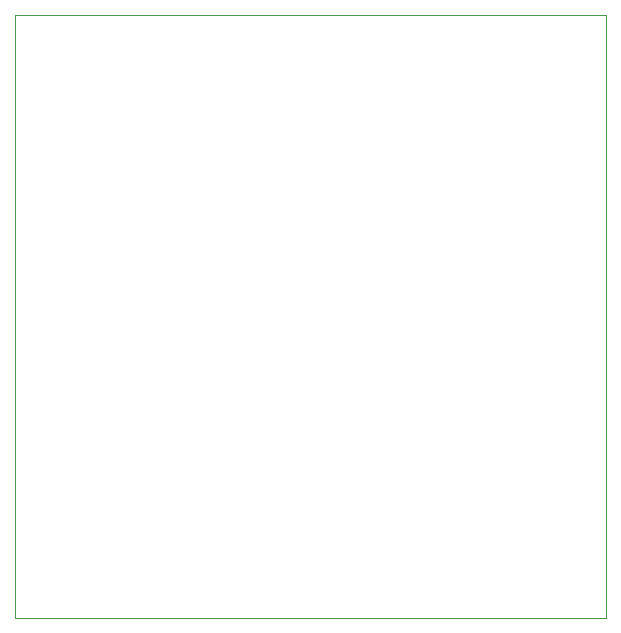
<source format=gm1>
%TF.GenerationSoftware,KiCad,Pcbnew,9.0.4*%
%TF.CreationDate,2025-09-17T14:50:29+08:00*%
%TF.ProjectId,YUV Circuit,59555620-4369-4726-9375-69742e6b6963,rev?*%
%TF.SameCoordinates,Original*%
%TF.FileFunction,Profile,NP*%
%FSLAX46Y46*%
G04 Gerber Fmt 4.6, Leading zero omitted, Abs format (unit mm)*
G04 Created by KiCad (PCBNEW 9.0.4) date 2025-09-17 14:50:29*
%MOMM*%
%LPD*%
G01*
G04 APERTURE LIST*
%TA.AperFunction,Profile*%
%ADD10C,0.050000*%
%TD*%
G04 APERTURE END LIST*
D10*
X149500000Y-86500000D02*
X199500000Y-86500000D01*
X199500000Y-137500000D01*
X149500000Y-137500000D01*
X149500000Y-86500000D01*
M02*

</source>
